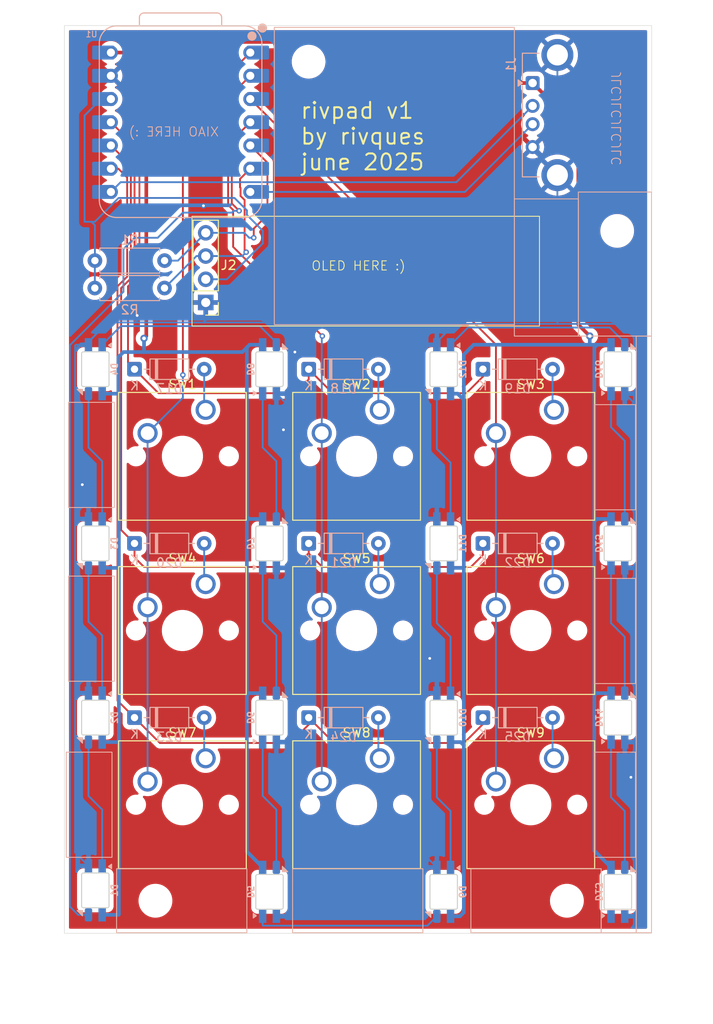
<source format=kicad_pcb>
(kicad_pcb (version 20241229) (generator "pcbnew") (generator_version "9.0")
  (layers (0 "F.Cu" signal) (2 "B.Cu" signal) (13 "F.Paste" user) (15 "B.Paste" user) (5 "F.SilkS" user "F.Silkscreen") (7 "B.SilkS" user "B.Silkscreen") (1 "F.Mask" user) (3 "B.Mask" user) (25 "Edge.Cuts" user))
  (net 0 "")
  (net 1 "Net-(D1-DOUT)")
  (net 2 "VBUS")
  (net 3 "/LED")
  (net 4 "Net-(D2-DOUT)")
  (net 5 "Net-(D3-DOUT)")
  (net 6 "Net-(D4-DOUT)")
  (net 7 "Net-(D5-DOUT)")
  (net 8 "Net-(D5-DIN)")
  (net 9 "Net-(D6-DIN)")
  (net 10 "Net-(D7-DIN)")
  (net 11 "Net-(D10-DIN)")
  (net 12 "Net-(D10-DOUT)")
  (net 13 "Net-(D11-DOUT)")
  (net 14 "Net-(D12-DOUT)")
  (net 16 "Net-(D13-DIN)")
  (net 17 "GND")
  (net 18 "Net-(D14-DIN)")
  (net 19 "Net-(D15-DIN)")
  (net 20 "/ROW1")
  (net 21 "Net-(D17-A)")
  (net 22 "Net-(D18-A)")
  (net 23 "Net-(D19-A)")
  (net 24 "Net-(D20-A)")
  (net 25 "/ROW2")
  (net 26 "Net-(D21-A)")
  (net 27 "Net-(D22-A)")
  (net 28 "/ROW3")
  (net 29 "Net-(D23-A)")
  (net 30 "Net-(D24-A)")
  (net 31 "Net-(D25-A)")
  (net 32 "/USB_DM")
  (net 33 "/USB_DP")
  (net 34 "/SDA")
  (net 35 "+3V3")
  (net 36 "/SCL")
  (net 37 "/COL1")
  (net 38 "/COL2")
  (net 39 "/COL3")
  (footprint "Button_Switch_Keyboard:SW_Cherry_MX_1.00u_PCB" (layer "F.Cu") (at 178.49 101.87)
    (property "Reference" "SW4")
    (property "Value" "SW_Push_45deg")
  )
  (footprint "Button_Switch_Keyboard:SW_Cherry_MX_1.00u_PCB" (layer "F.Cu") (at 216.59 82.82)
    (property "Reference" "SW3")
    (property "Value" "SW_Push_45deg")
  )
  (footprint "MountingHole:MountingHole_3.2mm_M3" (layer "F.Cu") (at 223.5 63.25)
    (property "Reference" "REF**" (hide yes))
    (property "Value" "MountingHole_3.2mm_M3")
  )
  (footprint "Button_Switch_Keyboard:SW_Cherry_MX_1.00u_PCB" (layer "F.Cu") (at 178.49 82.82)
    (property "Reference" "SW1")
    (property "Value" "SW_Push_45deg")
  )
  (footprint "Button_Switch_Keyboard:SW_Cherry_MX_1.00u_PCB" (layer "F.Cu") (at 216.59 120.92)
    (property "Reference" "SW9")
    (property "Value" "SW_Push_45deg")
  )
  (footprint "Connector_PinHeader_2.54mm:PinHeader_1x04_P2.54mm_Vertical" (layer "F.Cu") (at 178.5 71.08 180)
    (property "Reference" "J2")
    (property "Value" "I2C_Disp")
  )
  (footprint "MountingHole:MountingHole_3.2mm_M3" (layer "F.Cu") (at 218 136.5)
    (property "Reference" "REF**" (hide yes))
    (property "Value" "MountingHole_3.2mm_M3")
  )
  (footprint "Button_Switch_Keyboard:SW_Cherry_MX_1.00u_PCB" (layer "F.Cu") (at 216.59 101.87)
    (property "Reference" "SW6")
    (property "Value" "SW_Push_45deg")
  )
  (footprint "MountingHole:MountingHole_3.2mm_M3" (layer "F.Cu") (at 189.75 44.75)
    (property "Reference" "REF**" (hide yes))
    (property "Value" "MountingHole_3.2mm_M3")
  )
  (footprint "Button_Switch_Keyboard:SW_Cherry_MX_1.00u_PCB" (layer "F.Cu") (at 197.54 82.82)
    (property "Reference" "SW2")
    (property "Value" "SW_Push_45deg")
  )
  (footprint "MountingHole:MountingHole_3.2mm_M3" (layer "F.Cu") (at 173 136.5)
    (property "Reference" "REF**" (hide yes))
    (property "Value" "MountingHole_3.2mm_M3")
  )
  (footprint "Button_Switch_Keyboard:SW_Cherry_MX_1.00u_PCB" (layer "F.Cu") (at 197.54 101.87)
    (property "Reference" "SW5")
    (property "Value" "SW_Push_45deg")
  )
  (footprint "Button_Switch_Keyboard:SW_Cherry_MX_1.00u_PCB" (layer "F.Cu") (at 178.49 120.92)
    (property "Reference" "SW7")
    (property "Value" "SW_Push_45deg")
  )
  (footprint "Button_Switch_Keyboard:SW_Cherry_MX_1.00u_PCB" (layer "F.Cu") (at 197.54 120.92)
    (property "Reference" "SW8")
    (property "Value" "SW_Push_45deg")
  )
  (footprint "Diode_THT:D_DO-35_SOD27_P7.62mm_Horizontal" (layer "B.Cu") (at 208.81125 116.475)
    (property "Reference" "D25")
    (property "Value" "D_Small")
  )
  (footprint "Diode_THT:D_DO-35_SOD27_P7.62mm_Horizontal" (layer "B.Cu") (at 170.71125 116.475)
    (property "Reference" "D23")
    (property "Value" "D_Small")
  )
  (footprint "Keebio:SK6812-MINI-E" (layer "B.Cu") (at 185.475 116.475 90)
    (property "Reference" "D6")
    (property "Value" "SK6812MINI" (hide yes))
    (fp_line (start 1.7 -1.5) (end -1.7 -1.5) (stroke (width 0.12)) (layer "Edge.Cuts"))
    (fp_line (start -1.9 -1.3) (end -1.9 1.3) (stroke (width 0.12)) (layer "Edge.Cuts"))
    (fp_line (start 1.9 1.3) (end 1.9 -1.3) (stroke (width 0.12)) (layer "Edge.Cuts"))
    (fp_line (start -1.7 1.5) (end 1.7 1.5) (stroke (width 0.12)) (layer "Edge.Cuts"))
    (fp_arc (start 1.7 -1.5) (mid 1.841421 -1.441421) (end 1.9 -1.3) (stroke (width 0.12)) (layer "Edge.Cuts"))
    (fp_arc (start -1.9 -1.3) (mid -1.841421 -1.441421) (end -1.7 -1.5) (stroke (width 0.12)) (layer "Edge.Cuts"))
    (fp_arc (start 1.9 1.3) (mid 1.841421 1.441421) (end 1.7 1.5) (stroke (width 0.12)) (layer "Edge.Cuts"))
    (fp_arc (start -1.7 1.5) (mid -1.841421 1.441421) (end -1.9 1.3) (stroke (width 0.12)) (layer "Edge.Cuts"))
  )
  (footprint "Keebio:SK6812-MINI-E" (layer "B.Cu") (at 166.425 116.475 -90)
    (property "Reference" "D2")
    (property "Value" "SK6812MINI" (hide yes))
    (fp_line (start -1.7 1.5) (end 1.7 1.5) (stroke (width 0.12)) (layer "Edge.Cuts"))
    (fp_line (start 1.9 1.3) (end 1.9 -1.3) (stroke (width 0.12)) (layer "Edge.Cuts"))
    (fp_line (start -1.9 -1.3) (end -1.9 1.3) (stroke (width 0.12)) (layer "Edge.Cuts"))
    (fp_line (start 1.7 -1.5) (end -1.7 -1.5) (stroke (width 0.12)) (layer "Edge.Cuts"))
    (fp_arc (start -1.7 1.5) (mid -1.841421 1.441421) (end -1.9 1.3) (stroke (width 0.12)) (layer "Edge.Cuts"))
    (fp_arc (start 1.9 1.3) (mid 1.841421 1.441421) (end 1.7 1.5) (stroke (width 0.12)) (layer "Edge.Cuts"))
    (fp_arc (start -1.9 -1.3) (mid -1.841421 -1.441421) (end -1.7 -1.5) (stroke (width 0.12)) (layer "Edge.Cuts"))
    (fp_arc (start 1.7 -1.5) (mid 1.841421 -1.441421) (end 1.9 -1.3) (stroke (width 0.12)) (layer "Edge.Cuts"))
  )
  (footprint "Diode_THT:D_DO-35_SOD27_P7.62mm_Horizontal" (layer "B.Cu") (at 189.76125 97.425)
    (property "Reference" "D21")
    (property "Value" "D_Small")
  )
  (footprint "Keebio:SK6812-MINI-E" (layer "B.Cu") (at 204.525 135.525 -90)
    (property "Reference" "D9")
    (property "Value" "SK6812MINI" (hide yes))
    (fp_line (start -1.7 1.5) (end 1.7 1.5) (stroke (width 0.12)) (layer "Edge.Cuts"))
    (fp_line (start 1.9 1.3) (end 1.9 -1.3) (stroke (width 0.12)) (layer "Edge.Cuts"))
    (fp_line (start -1.9 -1.3) (end -1.9 1.3) (stroke (width 0.12)) (layer "Edge.Cuts"))
    (fp_line (start 1.7 -1.5) (end -1.7 -1.5) (stroke (width 0.12)) (layer "Edge.Cuts"))
    (fp_arc (start -1.7 1.5) (mid -1.841421 1.441421) (end -1.9 1.3) (stroke (width 0.12)) (layer "Edge.Cuts"))
    (fp_arc (start 1.9 1.3) (mid 1.841421 1.441421) (end 1.7 1.5) (stroke (width 0.12)) (layer "Edge.Cuts"))
    (fp_arc (start -1.9 -1.3) (mid -1.841421 -1.441421) (end -1.7 -1.5) (stroke (width 0.12)) (layer "Edge.Cuts"))
    (fp_arc (start 1.7 -1.5) (mid 1.841421 -1.441421) (end 1.9 -1.3) (stroke (width 0.12)) (layer "Edge.Cuts"))
  )
  (footprint "Resistor_THT:R_Axial_DIN0207_L6.3mm_D2.5mm_P7.62mm_Horizontal" (layer "B.Cu") (at 166.38 66.5)
    (property "Reference" "R1")
    (property "Value" "4.7k")
  )
  (footprint "Diode_THT:D_DO-35_SOD27_P7.62mm_Horizontal" (layer "B.Cu") (at 170.71125 97.425)
    (property "Reference" "D20")
    (property "Value" "D_Small")
  )
  (footprint "Diode_THT:D_DO-35_SOD27_P7.62mm_Horizontal" (layer "B.Cu") (at 208.81125 97.425)
    (property "Reference" "D22")
    (property "Value" "D_Small")
  )
  (footprint "Keebio:SK6812-MINI-E" (layer "B.Cu") (at 204.525 97.425 -90)
    (property "Reference" "D11")
    (property "Value" "SK6812MINI" (hide yes))
    (fp_line (start -1.7 1.5) (end 1.7 1.5) (stroke (width 0.12)) (layer "Edge.Cuts"))
    (fp_line (start 1.9 1.3) (end 1.9 -1.3) (stroke (width 0.12)) (layer "Edge.Cuts"))
    (fp_line (start -1.9 -1.3) (end -1.9 1.3) (stroke (width 0.12)) (layer "Edge.Cuts"))
    (fp_line (start 1.7 -1.5) (end -1.7 -1.5) (stroke (width 0.12)) (layer "Edge.Cuts"))
    (fp_arc (start -1.7 1.5) (mid -1.841421 1.441421) (end -1.9 1.3) (stroke (width 0.12)) (layer "Edge.Cuts"))
    (fp_arc (start 1.9 1.3) (mid 1.841421 1.441421) (end 1.7 1.5) (stroke (width 0.12)) (layer "Edge.Cuts"))
    (fp_arc (start -1.9 -1.3) (mid -1.841421 -1.441421) (end -1.7 -1.5) (stroke (width 0.12)) (layer "Edge.Cuts"))
    (fp_arc (start 1.7 -1.5) (mid 1.841421 -1.441421) (end 1.9 -1.3) (stroke (width 0.12)) (layer "Edge.Cuts"))
  )
  (footprint "Keebio:SK6812-MINI-E" (layer "B.Cu") (at 185.475 97.425 90)
    (property "Reference" "D7")
    (property "Value" "SK6812MINI" (hide yes))
    (fp_line (start 1.7 -1.5) (end -1.7 -1.5) (stroke (width 0.12)) (layer "Edge.Cuts"))
    (fp_line (start -1.9 -1.3) (end -1.9 1.3) (stroke (width 0.12)) (layer "Edge.Cuts"))
    (fp_line (start 1.9 1.3) (end 1.9 -1.3) (stroke (width 0.12)) (layer "Edge.Cuts"))
    (fp_line (start -1.7 1.5) (end 1.7 1.5) (stroke (width 0.12)) (layer "Edge.Cuts"))
    (fp_arc (start 1.7 -1.5) (mid 1.841421 -1.441421) (end 1.9 -1.3) (stroke (width 0.12)) (layer "Edge.Cuts"))
    (fp_arc (start -1.9 -1.3) (mid -1.841421 -1.441421) (end -1.7 -1.5) (stroke (width 0.12)) (layer "Edge.Cuts"))
    (fp_arc (start 1.9 1.3) (mid 1.841421 1.441421) (end 1.7 1.5) (stroke (width 0.12)) (layer "Edge.Cuts"))
    (fp_arc (start -1.7 1.5) (mid -1.841421 1.441421) (end -1.9 1.3) (stroke (width 0.12)) (layer "Edge.Cuts"))
  )
  (footprint "Keebio:SK6812-MINI-E" (layer "B.Cu") (at 166.425 97.425 -90)
    (property "Reference" "D3")
    (property "Value" "SK6812MINI" (hide yes))
    (fp_line (start -1.7 1.5) (end 1.7 1.5) (stroke (width 0.12)) (layer "Edge.Cuts"))
    (fp_line (start 1.9 1.3) (end 1.9 -1.3) (stroke (width 0.12)) (layer "Edge.Cuts"))
    (fp_line (start -1.9 -1.3) (end -1.9 1.3) (stroke (width 0.12)) (layer "Edge.Cuts"))
    (fp_line (start 1.7 -1.5) (end -1.7 -1.5) (stroke (width 0.12)) (layer "Edge.Cuts"))
    (fp_arc (start -1.7 1.5) (mid -1.841421 1.441421) (end -1.9 1.3) (stroke (width 0.12)) (layer "Edge.Cuts"))
    (fp_arc (start 1.9 1.3) (mid 1.841421 1.441421) (end 1.7 1.5) (stroke (width 0.12)) (layer "Edge.Cuts"))
    (fp_arc (start -1.9 -1.3) (mid -1.841421 -1.441421) (end -1.7 -1.5) (stroke (width 0.12)) (layer "Edge.Cuts"))
    (fp_arc (start 1.7 -1.5) (mid 1.841421 -1.441421) (end 1.9 -1.3) (stroke (width 0.12)) (layer "Edge.Cuts"))
  )
  (footprint "Diode_THT:D_DO-35_SOD27_P7.62mm_Horizontal" (layer "B.Cu") (at 170.71125 78.375)
    (property "Reference" "D17")
    (property "Value" "D_Small")
  )
  (footprint "Diode_THT:D_DO-35_SOD27_P7.62mm_Horizontal" (layer "B.Cu") (at 208.81125 78.375)
    (property "Reference" "D19")
    (property "Value" "D_Small")
  )
  (footprint "Keebio:SK6812-MINI-E" (layer "B.Cu") (at 204.525 116.475 -90)
    (property "Reference" "D10")
    (property "Value" "SK6812MINI" (hide yes))
    (fp_line (start -1.7 1.5) (end 1.7 1.5) (stroke (width 0.12)) (layer "Edge.Cuts"))
    (fp_line (start 1.9 1.3) (end 1.9 -1.3) (stroke (width 0.12)) (layer "Edge.Cuts"))
    (fp_line (start -1.9 -1.3) (end -1.9 1.3) (stroke (width 0.12)) (layer "Edge.Cuts"))
    (fp_line (start 1.7 -1.5) (end -1.7 -1.5) (stroke (width 0.12)) (layer "Edge.Cuts"))
    (fp_arc (start -1.7 1.5) (mid -1.841421 1.441421) (end -1.9 1.3) (stroke (width 0.12)) (layer "Edge.Cuts"))
    (fp_arc (start 1.9 1.3) (mid 1.841421 1.441421) (end 1.7 1.5) (stroke (width 0.12)) (layer "Edge.Cuts"))
    (fp_arc (start -1.9 -1.3) (mid -1.841421 -1.441421) (end -1.7 -1.5) (stroke (width 0.12)) (layer "Edge.Cuts"))
    (fp_arc (start 1.7 -1.5) (mid 1.841421 -1.441421) (end 1.9 -1.3) (stroke (width 0.12)) (layer "Edge.Cuts"))
  )
  (footprint "Keebio:SK6812-MINI-E" (layer "B.Cu") (at 223.575 97.425 90)
    (property "Reference" "D15")
    (property "Value" "SK6812MINI" (hide yes))
    (fp_line (start 1.7 -1.5) (end -1.7 -1.5) (stroke (width 0.12)) (layer "Edge.Cuts"))
    (fp_line (start -1.9 -1.3) (end -1.9 1.3) (stroke (width 0.12)) (layer "Edge.Cuts"))
    (fp_line (start 1.9 1.3) (end 1.9 -1.3) (stroke (width 0.12)) (layer "Edge.Cuts"))
    (fp_line (start -1.7 1.5) (end 1.7 1.5) (stroke (width 0.12)) (layer "Edge.Cuts"))
    (fp_arc (start 1.7 -1.5) (mid 1.841421 -1.441421) (end 1.9 -1.3) (stroke (width 0.12)) (layer "Edge.Cuts"))
    (fp_arc (start -1.9 -1.3) (mid -1.841421 -1.441421) (end -1.7 -1.5) (stroke (width 0.12)) (layer "Edge.Cuts"))
    (fp_arc (start 1.9 1.3) (mid 1.841421 1.441421) (end 1.7 1.5) (stroke (width 0.12)) (layer "Edge.Cuts"))
    (fp_arc (start -1.7 1.5) (mid -1.841421 1.441421) (end -1.9 1.3) (stroke (width 0.12)) (layer "Edge.Cuts"))
  )
  (footprint "Keebio:SK6812-MINI-E" (layer "B.Cu") (at 185.475 135.525 90)
    (property "Reference" "D5")
    (property "Value" "SK6812MINI" (hide yes))
    (fp_line (start 1.7 -1.5) (end -1.7 -1.5) (stroke (width 0.12)) (layer "Edge.Cuts"))
    (fp_line (start -1.9 -1.3) (end -1.9 1.3) (stroke (width 0.12)) (layer "Edge.Cuts"))
    (fp_line (start 1.9 1.3) (end 1.9 -1.3) (stroke (width 0.12)) (layer "Edge.Cuts"))
    (fp_line (start -1.7 1.5) (end 1.7 1.5) (stroke (width 0.12)) (layer "Edge.Cuts"))
    (fp_arc (start 1.7 -1.5) (mid 1.841421 -1.441421) (end 1.9 -1.3) (stroke (width 0.12)) (layer "Edge.Cuts"))
    (fp_arc (start -1.9 -1.3) (mid -1.841421 -1.441421) (end -1.7 -1.5) (stroke (width 0.12)) (layer "Edge.Cuts"))
    (fp_arc (start 1.9 1.3) (mid 1.841421 1.441421) (end 1.7 1.5) (stroke (width 0.12)) (layer "Edge.Cuts"))
    (fp_arc (start -1.7 1.5) (mid -1.841421 1.441421) (end -1.9 1.3) (stroke (width 0.12)) (layer "Edge.Cuts"))
  )
  (footprint "Keebio:SK6812-MINI-E" (layer "B.Cu") (at 166.425 135.36625 -90)
    (property "Reference" "D1")
    (property "Value" "SK6812MINI" (hide yes))
    (fp_line (start -1.7 1.5) (end 1.7 1.5) (stroke (width 0.12)) (layer "Edge.Cuts"))
    (fp_line (start 1.9 1.3) (end 1.9 -1.3) (stroke (width 0.12)) (layer "Edge.Cuts"))
    (fp_line (start -1.9 -1.3) (end -1.9 1.3) (stroke (width 0.12)) (layer "Edge.Cuts"))
    (fp_line (start 1.7 -1.5) (end -1.7 -1.5) (stroke (width 0.12)) (layer "Edge.Cuts"))
    (fp_arc (start -1.7 1.5) (mid -1.841421 1.441421) (end -1.9 1.3) (stroke (width 0.12)) (layer "Edge.Cuts"))
    (fp_arc (start 1.9 1.3) (mid 1.841421 1.441421) (end 1.7 1.5) (stroke (width 0.12)) (layer "Edge.Cuts"))
    (fp_arc (start -1.9 -1.3) (mid -1.841421 -1.441421) (end -1.7 -1.5) (stroke (width 0.12)) (layer "Edge.Cuts"))
    (fp_arc (start 1.7 -1.5) (mid 1.841421 -1.441421) (end 1.9 -1.3) (stroke (width 0.12)) (layer "Edge.Cuts"))
  )
  (footprint "OPL:XIAO-RP2040-DIP" (layer "B.Cu") (at 175.75 51.3685 180)
    (property "Reference" "U1")
    (property "Value" "XIAO-RP2040-DIP")
  )
  (footprint "Connector_USB:USB_A_Connfly_DS1095" (layer "B.Cu") (at 214.25 47.08 -90)
    (property "Reference" "J1")
    (property "Value" "DNP")
  )
  (footprint "Keebio:SK6812-MINI-E" (layer "B.Cu") (at 166.425 78.375 -90)
    (property "Reference" "D4")
    (property "Value" "SK6812MINI" (hide yes))
    (fp_line (start -1.7 1.5) (end 1.7 1.5) (stroke (width 0.12)) (layer "Edge.Cuts"))
    (fp_line (start 1.9 1.3) (end 1.9 -1.3) (stroke (width 0.12)) (layer "Edge.Cuts"))
    (fp_line (start -1.9 -1.3) (end -1.9 1.3) (stroke (width 0.12)) (layer "Edge.Cuts"))
    (fp_line (start 1.7 -1.5) (end -1.7 -1.5) (stroke (width 0.12)) (layer "Edge.Cuts"))
    (fp_arc (start -1.7 1.5) (mid -1.841421 1.441421) (end -1.9 1.3) (stroke (width 0.12)) (layer "Edge.Cuts"))
    (fp_arc (start 1.9 1.3) (mid 1.841421 1.441421) (end 1.7 1.5) (stroke (width 0.12)) (layer "Edge.Cuts"))
    (fp_arc (start -1.9 -1.3) (mid -1.841421 -1.441421) (end -1.7 -1.5) (stroke (width 0.12)) (layer "Edge.Cuts"))
    (fp_arc (start 1.7 -1.5) (mid 1.841421 -1.441421) (end 1.9 -1.3) (stroke (width 0.12)) (layer "Edge.Cuts"))
  )
  (footprint "Keebio:SK6812-MINI-E" (layer "B.Cu") (at 223.575 135.525 90)
    (property "Reference" "D13")
    (property "Value" "SK6812MINI" (hide yes))
    (fp_line (start 1.7 -1.5) (end -1.7 -1.5) (stroke (width 0.12)) (layer "Edge.Cuts"))
    (fp_line (start -1.9 -1.3) (end -1.9 1.3) (stroke (width 0.12)) (layer "Edge.Cuts"))
    (fp_line (start 1.9 1.3) (end 1.9 -1.3) (stroke (width 0.12)) (layer "Edge.Cuts"))
    (fp_line (start -1.7 1.5) (end 1.7 1.5) (stroke (width 0.12)) (layer "Edge.Cuts"))
    (fp_arc (start 1.7 -1.5) (mid 1.841421 -1.441421) (end 1.9 -1.3) (stroke (width 0.12)) (layer "Edge.Cuts"))
    (fp_arc (start -1.9 -1.3) (mid -1.841421 -1.441421) (end -1.7 -1.5) (stroke (width 0.12)) (layer "Edge.Cuts"))
    (fp_arc (start 1.9 1.3) (mid 1.841421 1.441421) (end 1.7 1.5) (stroke (width 0.12)) (layer "Edge.Cuts"))
    (fp_arc (start -1.7 1.5) (mid -1.841421 1.441421) (end -1.9 1.3) (stroke (width 0.12)) (layer "Edge.Cuts"))
  )
  (footprint "Keebio:SK6812-MINI-E" (layer "B.Cu") (at 223.575 116.475 90)
    (property "Reference" "D14")
    (property "Value" "SK6812MINI" (hide yes))
    (fp_line (start 1.7 -1.5) (end -1.7 -1.5) (stroke (width 0.12)) (layer "Edge.Cuts"))
    (fp_line (start -1.9 -1.3) (end -1.9 1.3) (stroke (width 0.12)) (layer "Edge.Cuts"))
    (fp_line (start 1.9 1.3) (end 1.9 -1.3) (stroke (width 0.12)) (layer "Edge.Cuts"))
    (fp_line (start -1.7 1.5) (end 1.7 1.5) (stroke (width 0.12)) (layer "Edge.Cuts"))
    (fp_arc (start 1.7 -1.5) (mid 1.841421 -1.441421) (end 1.9 -1.3) (stroke (width 0.12)) (layer "Edge.Cuts"))
    (fp_arc (start -1.9 -1.3) (mid -1.841421 -1.441421) (end -1.7 -1.5) (stroke (width 0.12)) (layer "Edge.Cuts"))
    (fp_arc (start 1.9 1.3) (mid 1.841421 1.441421) (end 1.7 1.5) (stroke (width 0.12)) (layer "Edge.Cuts"))
    (fp_arc (start -1.7 1.5) (mid -1.841421 1.441421) (end -1.9 1.3) (stroke (width 0.12)) (layer "Edge.Cuts"))
  )
  (footprint "Diode_THT:D_DO-35_SOD27_P7.62mm_Horizontal" (layer "B.Cu") (at 189.76125 116.475)
    (property "Reference" "D24")
    (property "Value" "D_Small")
  )
  (footprint "Diode_THT:D_DO-35_SOD27_P7.62mm_Horizontal" (layer "B.Cu") (at 189.76125 78.375)
    (property "Reference" "D18")
    (property "Value" "D_Small")
  )
  (footprint "Resistor_THT:R_Axial_DIN0207_L6.3mm_D2.5mm_P7.62mm_Horizontal" (layer "B.Cu") (at 166.37 69.5)
    (property "Reference" "R2")
    (property "Value" "4.7k")
  )
  (footprint "Keebio:SK6812-MINI-E" (layer "B.Cu") (at 204.525 78.375 -90)
    (property "Reference" "D12")
    (property "Value" "SK6812MINI" (hide yes))
    (fp_line (start -1.7 1.5) (end 1.7 1.5) (stroke (width 0.12)) (layer "Edge.Cuts"))
    (fp_line (start 1.9 1.3) (end 1.9 -1.3) (stroke (width 0.12)) (layer "Edge.Cuts"))
    (fp_line (start -1.9 -1.3) (end -1.9 1.3) (stroke (width 0.12)) (layer "Edge.Cuts"))
    (fp_line (start 1.7 -1.5) (end -1.7 -1.5) (stroke (width 0.12)) (layer "Edge.Cuts"))
    (fp_arc (start -1.7 1.5) (mid -1.841421 1.441421) (end -1.9 1.3) (stroke (width 0.12)) (layer "Edge.Cuts"))
    (fp_arc (start 1.9 1.3) (mid 1.841421 1.441421) (end 1.7 1.5) (stroke (width 0.12)) (layer "Edge.Cuts"))
    (fp_arc (start -1.9 -1.3) (mid -1.841421 -1.441421) (end -1.7 -1.5) (stroke (width 0.12)) (layer "Edge.Cuts"))
    (fp_arc (start 1.7 -1.5) (mid 1.841421 -1.441421) (end 1.9 -1.3) (stroke (width 0.12)) (layer "Edge.Cuts"))
  )
  (footprint "Keebio:SK6812-MINI-E" (layer "B.Cu") (at 223.575 78.375 90)
    (property "Reference" "D16")
    (property "Value" "SK6812MINI" (hide yes))
    (fp_line (start 1.7 -1.5) (end -1.7 -1.5) (stroke (width 0.12)) (layer "Edge.Cuts"))
    (fp_line (start -1.9 -1.3) (end -1.9 1.3) (stroke (width 0.12)) (layer "Edge.Cuts"))
    (fp_line (start 1.9 1.3) (end 1.9 -1.3) (stroke (width 0.12)) (layer "Edge.Cuts"))
    (fp_line (start -1.7 1.5) (end 1.7 1.5) (stroke (width 0.12)) (layer "Edge.Cuts"))
    (fp_arc (start 1.7 -1.5) (mid 1.841421 -1.441421) (end 1.9 -1.3) (stroke (width 0.12)) (layer "Edge.Cuts"))
    (fp_arc (start -1.9 -1.3) (mid -1.841421 -1.441421) (end -1.7 -1.5) (stroke (width 0.12)) (layer "Edge.Cuts"))
    (fp_arc (start 1.9 1.3) (mid 1.841421 1.441421) (end 1.7 1.5) (stroke (width 0.12)) (layer "Edge.Cuts"))
    (fp_arc (start -1.7 1.5) (mid -1.841421 1.441421) (end -1.9 1.3) (stroke (width 0.12)) (layer "Edge.Cuts"))
  )
  (footprint "Keebio:SK6812-MINI-E" (layer "B.Cu") (at 185.475 78.375 90)
    (property "Reference" "D8")
    (property "Value" "SK6812MINI" (hide yes))
    (fp_line (start 1.7 -1.5) (end -1.7 -1.5) (stroke (width 0.12)) (layer "Edge.Cuts"))
    (fp_line (start -1.9 -1.3) (end -1.9 1.3) (stroke (width 0.12)) (layer "Edge.Cuts"))
    (fp_line (start 1.9 1.3) (end 1.9 -1.3) (stroke (width 0.12)) (layer "Edge.Cuts"))
    (fp_line (start -1.7 1.5) (end 1.7 1.5) (stroke (width 0.12)) (layer "Edge.Cuts"))
    (fp_arc (start 1.7 -1.5) (mid 1.841421 -1.441421) (end 1.9 -1.3) (stroke (width 0.12)) (layer "Edge.Cuts"))
    (fp_arc (start -1.9 -1.3) (mid -1.841421 -1.441421) (end -1.7 -1.5) (stroke (width 0.12)) (layer "Edge.Cuts"))
    (fp_arc (start 1.9 1.3) (mid 1.841421 1.441421) (end 1.7 1.5) (stroke (width 0.12)) (layer "Edge.Cuts"))
    (fp_arc (start -1.7 1.5) (mid -1.841421 1.441421) (end -1.9 1.3) (stroke (width 0.12)) (layer "Edge.Cuts"))
  )
  (gr_rect (start 177 61.65125) (end 215 73.65125) (stroke (width 0.1)) (fill no) (layer "F.SilkS"))
  (gr_rect (start 225.575 74.75) (end 227.25 140) (stroke (width 0.1)) (fill no) (layer "B.SilkS"))
  (gr_rect (start 188 133) (end 202.25 140) (stroke (width 0.1)) (fill no) (layer "B.SilkS"))
  (gr_rect (start 168.75 133) (end 183 140) (stroke (width 0.1)) (fill no) (layer "B.SilkS"))
  (gr_rect (start 186 41) (end 212.25 73.5) (stroke (width 0.1)) (fill no) (layer "B.SilkS"))
  (gr_rect (start 221.75 137.5) (end 225.575 140) (stroke (width 0.1)) (fill no) (layer "B.SilkS"))
  (gr_rect (start 219.25 59) (end 227.25 74.75) (stroke (width 0.1)) (fill no) (layer "B.SilkS"))
  (gr_rect (start 207.5 133) (end 221.75 140) (stroke (width 0.1)) (fill no) (layer "B.SilkS"))
  (gr_rect (start 212.25 59.75) (end 219.25 74.75) (stroke (width 0.1)) (fill no) (layer "B.SilkS"))
  (gr_rect (start 163.25 120.25) (end 168.25 131.75) (stroke (width 0.1)) (fill no) (layer "B.SilkS"))
  (gr_rect (start 221 101.25) (end 225.5 112.75) (stroke (width 0.1)) (fill no) (layer "B.SilkS"))
  (gr_rect (start 163.5 101) (end 168.5 112.5) (stroke (width 0.1)) (fill no) (layer "B.SilkS"))
  (gr_rect (start 163.5 82) (end 168.5 93.5) (stroke (width 0.1)) (fill no) (layer "B.SilkS"))
  (gr_rect (start 221 82.25) (end 225.5 93.75) (stroke (width 0.1)) (fill no) (layer "B.SilkS"))
  (gr_rect (start 221 120.25) (end 225.5 131.75) (stroke (width 0.1)) (fill no) (layer "B.SilkS"))
  (gr_rect (start 163.04375 40.8) (end 227.27375 140.06125) (stroke (width 0.05)) (fill no) (layer "Edge.Cuts"))
  (gr_text "rivpad v1\nby rivques\njune 2025" (at 188.75 56.75 0) (layer "F.SilkS") (effects (font (size 1.75 1.75) (thickness 0.21875)) (justify left bottom)))
  (gr_text "OLED HERE :)" (at 190 67.65125 0) (layer "F.SilkS") (effects (font (size 1 1) (thickness 0.1)) (justify left bottom)))
  (gr_text "XIAO HERE :)" (at 180 53 0) (layer "B.SilkS") (effects (font (size 1 1) (thickness 0.1)) (justify left bottom mirror)))
  (gr_text "JLCJLCJLCJLC" (at 224 45.75 90) (layer "B.SilkS") (effects (font (size 1 1) (thickness 0.1)) (justify left bottom mirror)))
  (segment (start 165.675 125.035) (end 165.675 119.15) (width 0.2) (layer "B.Cu") (net 1))
  (segment (start 167.175 126.535) (end 165.675 125.035) (width 0.2) (layer "B.Cu") (net 1))
  (segment (start 167.175 132.69125) (end 167.175 126.535) (width 0.2) (layer "B.Cu") (net 1))
  (segment (start 208.573 42.5855) (end 213.0675 47.08) (width 0.4) (layer "F.Cu") (net 2))
  (segment (start 172 43.7485) (end 173.88 43.7485) (width 0.4) (layer "F.Cu") (net 2))
  (segment (start 214.25 47.08) (end 219.25 52.08) (width 0.4) (layer "F.Cu") (net 2))
  (segment (start 172 43.7485) (end 172 74.75) (width 0.4) (layer "F.Cu") (net 2))
  (segment (start 219.25 73.5) (end 220.5 74.75) (width 0.4) (layer "F.Cu") (net 2))
  (segment (start 175.043 42.5855) (end 208.573 42.5855) (width 0.4) (layer "F.Cu") (net 2))
  (segment (start 168.13 43.7485) (end 172 43.7485) (width 0.4) (layer "F.Cu") (net 2))
  (segment (start 219.25 52.08) (end 219.25 73.5) (width 0.4) (layer "F.Cu") (net 2))
  (segment (start 172 74.75) (end 171.75 75) (width 0.4) (layer "F.Cu") (net 2))
  (segment (start 213.0675 47.08) (end 214.25 47.08) (width 0.4) (layer "F.Cu") (net 2))
  (segment (start 173.88 43.7485) (end 175.043 42.5855) (width 0.4) (layer "F.Cu") (net 2))
  (via (at 171.75 75) (size 0.8) (drill 0.4) (layers "F.Cu" "B.Cu") (net 2))
  (via (at 220.5 74.75) (size 0.8) (drill 0.4) (layers "F.Cu" "B.Cu") (net 2))
  (segment (start 206.726 137.774) (end 206.3 138.2) (width 0.4) (layer "B.Cu") (net 2))
  (segment (start 168.85 119.15) (end 169 119) (width 0.4) (layer "B.Cu") (net 2))
  (segment (start 221 114) (end 221 131.025) (width 0.4) (layer "B.Cu") (net 2))
  (segment (start 206.626 100.1) (end 206.726 100) (width 0.4) (layer "B.Cu") (net 2))
  (segment (start 169.5 76.5) (end 171.75 76.5) (width 0.4) (layer "B.Cu") (net 2))
  (segment (start 221.2 113.8) (end 221 114) (width 0.4) (layer "B.Cu") (net 2))
  (segment (start 206.726 100) (end 206.726 119.5) (width 0.4) (layer "B.Cu") (net 2))
  (segment (start 206.3 138.2) (end 205.275 138.2) (width 0.4) (layer "B.Cu") (net 2))
  (segment (start 168.95 81.05) (end 168.95 77.05) (width 0.4) (layer "B.Cu") (net 2))
  (segment (start 222.825 113.8) (end 221.2 113.8) (width 0.4) (layer "B.Cu") (net 2))
  (segment (start 184.725 94.75) (end 183.25 94.75) (width 0.4) (layer "B.Cu") (net 2))
  (segment (start 222.825 75.7) (end 221.3 75.7) (width 0.4) (layer "B.Cu") (net 2))
  (segment (start 183 114) (end 183 131.125) (width 0.4) (layer "B.Cu") (net 2))
  (segment (start 183.25 94.75) (end 183 94.5) (width 0.4) (layer "B.Cu") (net 2))
  (segment (start 168.9 100.1) (end 169 100) (width 0.4) (layer "B.Cu") (net 2))
  (segment (start 220.5 75.7) (end 207.8 75.7) (width 0.4) (layer "B.Cu") (net 2))
  (segment (start 183 76) (end 183 94.5) (width 0.4) (layer "B.Cu") (net 2))
  (segment (start 167.175 81.05) (end 168.95 81.05) (width 0.4) (layer "B.Cu") (net 2))
  (segment (start 168.95 77.05) (end 169.5 76.5) (width 0.4) (layer "B.Cu") (net 2))
  (segment (start 167.175 119.15) (end 168.85 119.15) (width 0.4) (layer "B.Cu") (net 2))
  (segment (start 183 131.125) (end 184.725 132.85) (width 0.4) (layer "B.Cu") (net 2))
  (segment (start 171.75 75) (end 171.75 76.5) (width 0.4) (layer "B.Cu") (net 2))
  (segment (start 205.275 81.05) (end 206.05 81.05) (width 0.4) (layer "B.Cu") (net 2))
  (segment (start 184.725 75.7) (end 183.3 75.7) (width 0.4) (layer "B.Cu") (net 2))
  (segment (start 184.725 113.8) (end 183.2 113.8) (width 0.4) (layer "B.Cu") (net 2))
  (segment (start 207.8 75.7) (end 206.726 76.774) (width 0.4) (layer "B.Cu") (net 2))
  (segment (start 221.3 75.7) (end 220.5 75.7) (width 0.4) (layer "B.Cu") (net 2))
  (segment (start 169 81) (end 169 100) (width 0.4) (layer "B.Cu") (net 2))
  (segment (start 169 100) (end 169 119) (width 0.4) (layer "B.Cu") (net 2))
  (segment (start 183.2 113.8) (end 183 114) (width 0.4) (layer "B.Cu") (net 2))
  (segment (start 206.726 81.726) (end 206.726 82.5) (width 0.4) (layer "B.Cu") (net 2))
  (segment (start 206.726 119.5) (end 206.726 137.774) (width 0.4) (layer "B.Cu") (net 2))
  (segment (start 220.5 74.75) (end 220.5 75.7) (width 0.4) (layer "B.Cu") (net 2))
  (segment (start 167.175 100.1) (end 168.9 100.1) (width 0.4) (layer "B.Cu") (net 2))
  (segment (start 205.275 119.15) (end 206.376 119.15) (width 0.4) (layer "B.Cu") (net 2))
  (segment (start 222.825 94.75) (end 221.25 94.75) (width 0.4) (layer "B.Cu") (net 2))
  (segment (start 171.75 76.5) (end 182.5 76.5) (width 0.4) (layer "B.Cu") (net 2))
  (segment (start 182.5 76.5) (end 183 76) (width 0.4) (layer "B.Cu") (net 2))
  (segment (start 221.25 94.75) (end 221 95) (width 0.4) (layer "B.Cu") (net 2))
  (segment (start 169 119) (end 169 138) (width 0.4) (layer "B.Cu") (net 2))
  (segment (start 206.726 82.5) (end 206.726 100) (width 0.4) (layer "B.Cu") (net 2))
  (segment (start 183.3 75.7) (end 183 76) (width 0.4) (layer "B.Cu") (net 2))
  (segment (start 183 94.5) (end 183 114) (width 0.4) (layer "B.Cu") (net 2))
  (segment (start 221 131.025) (end 222.825 132.85) (width 0.4) (layer "B.Cu") (net 2))
  (segment (start 221 76) (end 221 95) (width 0.4) (layer "B.Cu") (net 2))
  (segment (start 169 138) (end 168.95875 138.04125) (width 0.4) (layer "B.Cu") (net 2))
  (segment (start 168.95 81.05) (end 169 81) (width 0.4) (layer "B.Cu") (net 2))
  (segment (start 168.95875 138.04125) (end 167.175 138.04125) (width 0.4) (layer "B.Cu") (net 2))
  (segment (start 206.726 76.774) (end 206.726 82.5) (width 0.4) (layer "B.Cu") (net 2))
  (segment (start 205.275 100.1) (end 206.626 100.1) (width 0.4) (layer "B.Cu") (net 2))
  (segment (start 221 95) (end 221 114) (width 0.4) (layer "B.Cu") (net 2))
  (segment (start 206.05 81.05) (end 206.726 81.726) (width 0.4) (layer "B.Cu") (net 2))
  (segment (start 206.376 119.15) (end 206.726 119.5) (width 0.4) (layer "B.Cu") (net 2))
  (segment (start 221.3 75.7) (end 221 76) (width 0.4) (layer "B.Cu") (net 2))
  (segment (start 181.35 53.3885) (end 183.37 51.3685) (width 0.2) (layer "F.Cu") (net 3))
  (segment (start 181.35 60.249265) (end 181.35 53.3885) (width 0.2) (layer "F.Cu") (net 3))
  (segment (start 182.15 61.049265) (end 181.35 60.249265) (width 0.2) (layer "F.Cu") (net 3))
  (via (at 182.15 61.049265) (size 0.6) (drill 0.3) (layers "F.Cu" "B.Cu") (net 3))
  (segment (start 164.54125 138.04125) (end 165.675 138.04125) (width 0.2) (layer "B.Cu") (net 3))
  (segment (start 169.5 69.89475) (end 163.64475 75.75) (width 0.2) (layer "B.Cu") (net 3))
  (segment (start 181.565532 61.049265) (end 181.364797 61.25) (width 0.2) (layer "B.Cu") (net 3))
  (segment (start 173.25 64) (end 170.7385 64) (width 0.2) (layer "B.Cu") (net 3))
  (segment (start 181.364797 61.25) (end 176 61.25) (width 0.2) (layer "B.Cu") (net 3))
  (segment (start 182.15 61.049265) (end 181.565532 61.049265) (width 0.2) (layer "B.Cu") (net 3))
  (segment (start 169.5 65.2385) (end 169.5 69.89475) (width 0.2) (layer "B.Cu") (net 3))
  (segment (start 176 61.25) (end 173.25 64) (width 0.2) (layer "B.Cu") (net 3))
  (segment (start 170.7385 64) (end 169.5 65.2385) (width 0.2) (layer "B.Cu") (net 3))
  (segment (start 163.64475 137.14475) (end 164.54125 138.04125) (width 0.2) (layer "B.Cu") (net 3))
  (segment (start 163.64475 75.75) (end 163.64475 137.14475) (width 0.2) (layer "B.Cu") (net 3))
  (segment (start 167.175 113.8) (end 167.175 107.485) (width 0.2) (layer "B.Cu") (net 4))
  (segment (start 167.175 107.485) (end 165.675 105.985) (width 0.2) (layer "B.Cu") (net 4))
  (segment (start 165.675 105.985) (end 165.675 100.1) (width 0.2) (layer "B.Cu") (net 4))
  (segment (start 167.175 94.75) (end 167.175 88.435) (width 0.2) (layer "B.Cu") (net 5))
  (segment (start 165.675 86.935) (end 165.675 81.05) (width 0.2) (layer "B.Cu") (net 5))
  (segment (start 167.175 88.435) (end 165.675 86.935) (width 0.2) (layer "B.Cu") (net 5))
  (segment (start 169.215 73.66) (end 184.422 73.66) (width 0.2) (layer "B.Cu") (net 6))
  (segment (start 186.225 75.463) (end 186.225 75.7) (width 0.2) (layer "B.Cu") (net 6))
  (segment (start 184.422 73.66) (end 186.225 75.463) (width 0.2) (layer "B.Cu") (net 6))
  (segment (start 167.175 75.7) (end 169.215 73.66) (width 0.2) (layer "B.Cu") (net 6))
  (segment (start 184.725 139.18525) (end 184.76575 139.226) (width 0.2) (layer "B.Cu") (net 7))
  (segment (start 184.76575 139.226) (end 202.749 139.226) (width 0.2) (layer "B.Cu") (net 7))
  (segment (start 184.725 138.2) (end 184.725 139.18525) (width 0.2) (layer "B.Cu") (net 7))
  (segment (start 202.749 139.226) (end 203.775 138.2) (width 0.2) (layer "B.Cu") (net 7))
  (segment (start 186.225 126.535) (end 186.225 132.85) (width 0.2) (layer "B.Cu") (net 8))
  (segment (start 184.725 119.15) (end 184.725 125.035) (width 0.2) (layer "B.Cu") (net 8))
  (segment (start 184.725 125.035) (end 186.225 126.535) (width 0.2) (layer "B.Cu") (net 8))
  (segment (start 184.725 100.1) (end 184.725 105.985) (width 0.2) (layer "B.Cu") (net 9))
  (segment (start 184.725 105.985) (end 186.225 107.485) (width 0.2) (layer "B.Cu") (net 9))
  (segment (start 186.225 107.485) (end 186.225 113.8) (width 0.2) (layer "B.Cu") (net 9))
  (segment (start 184.725 86.935) (end 186.225 88.435) (width 0.2) (layer "B.Cu") (net 10))
  (segment (start 186.225 88.435) (end 186.225 94.75) (width 0.2) (layer "B.Cu") (net 10))
  (segment (start 184.725 81.05) (end 184.725 86.935) (width 0.2) (layer "B.Cu") (net 10))
  (segment (start 203.775 125.19375) (end 203.775 119.15) (width 0.2) (layer "B.Cu") (net 11))
  (segment (start 205.275 132.85) (end 205.275 126.69375) (width 0.2) (layer "B.Cu") (net 11))
  (segment (start 205.275 126.69375) (end 203.775 125.19375) (width 0.2) (layer "B.Cu") (net 11))
  (segment (start 205.275 107.64375) (end 203.775 106.14375) (width 0.2) (layer "B.Cu") (net 12))
  (segment (start 203.775 106.14375) (end 203.775 100.1) (width 0.2) (layer "B.Cu") (net 12))
  (segment (start 205.275 113.8) (end 205.275 107.64375) (width 0.2) (layer "B.Cu") (net 12))
  (segment (start 205.275 94.75) (end 205.275 88.59375) (width 0.2) (layer "B.Cu") (net 13))
  (segment (start 203.775 87.09375) (end 203.775 81.05) (width 0.2) (layer "B.Cu") (net 13))
  (segment (start 205.275 88.59375) (end 203.775 87.09375) (width 0.2) (layer "B.Cu") (net 13))
  (segment (start 224.325 75.463) (end 224.325 75.7) (width 0.2) (layer "B.Cu") (net 14))
  (segment (start 222.68075 73.81875) (end 224.325 75.463) (width 0.2) (layer "B.Cu") (net 14))
  (segment (start 205.275 75.7) (end 205.2875 75.7) (width 0.2) (layer "B.Cu") (net 14))
  (segment (start 207.16875 73.81875) (end 222.68075 73.81875) (width 0.2) (layer "B.Cu") (net 14))
  (segment (start 205.2875 75.7) (end 207.16875 73.81875) (width 0.2) (layer "B.Cu") (net 14))
  (segment (start 222.825 119.15) (end 222.825 125.19375) (width 0.2) (layer "B.Cu") (net 16))
  (segment (start 224.325 126.69375) (end 224.325 132.85) (width 0.2) (layer "B.Cu") (net 16))
  (segment (start 222.825 125.19375) (end 224.325 126.69375) (width 0.2) (layer "B.Cu") (net 16))
  (segment (start 168.13 46.2885) (end 171.25 49.4085) (width 0.2) (layer "F.Cu") (net 17))
  (segment (start 171.25 49.4085) (end 171.25 72.25) (width 0.2) (layer "F.Cu") (net 17))
  (segment (start 171.25 72.25) (end 171 72.5) (width 0.2) (layer "F.Cu") (net 17))
  (via (at 225 123) (size 0.6) (drill 0.3) (layers "F.Cu" "B.Cu") (net 17))
  (via (at 171 72.5) (size 0.6) (drill 0.3) (layers "F.Cu" "B.Cu") (net 17))
  (via (at 188.25 76.5) (size 0.6) (drill 0.3) (layers "F.Cu" "B.Cu") (net 17))
  (via (at 178.25 60.5) (size 0.6) (drill 0.3) (layers "F.Cu" "B.Cu") (net 17))
  (via (at 187 85) (size 0.6) (drill 0.3) (layers "F.Cu" "B.Cu") (net 17))
  (via (at 203 110) (size 0.6) (drill 0.3) (layers "F.Cu" "B.Cu") (net 17))
  (via (at 165 91) (size 0.6) (drill 0.3) (layers "F.Cu" "B.Cu") (net 17))
  (segment (start 205.33 73.83) (end 205.74225 73.41775) (width 0.2) (layer "B.Cu") (net 17))
  (segment (start 188.822 73.83) (end 205.33 73.83) (width 0.2) (layer "B.Cu") (net 17))
  (segment (start 225.276 100.1) (end 225.676 100.5) (width 0.2) (layer "B.Cu") (net 17))
  (segment (start 187.576 75.076) (end 187.576 83) (width 0.2) (layer "B.Cu") (net 17))
  (segment (start 225.326 119.15) (end 225.676 119.5) (width 0.2) (layer "B.Cu") (net 17))
  (segment (start 165.675 113.8) (end 164.2 113.8) (width 0.2) (layer "B.Cu") (net 17))
  (segment (start 216.96 57.15) (end 216.96 73.37775) (width 0.2) (layer "B.Cu") (net 17))
  (segment (start 225.676 82.5) (end 225.676 82.401) (width 0.2) (layer "B.Cu") (net 17))
  (segment (start 187.576 100) (end 187.576 83) (width 0.2) (layer "B.Cu") (net 17))
  (segment (start 205.74225 73.41775) (end 217 73.41775) (width 0.2) (layer "B.Cu") (net 17))
  (segment (start 170.75 73.259) (end 178.25 73.259) (width 0.2) (layer "B.Cu") (net 17))
  (segment (start 216.96 73.37775) (end 217 73.41775) (width 0.2) (layer "B.Cu") (net 17))
  (segment (start 187.576 83) (end 187.576 82.401) (width 0.2) (layer "B.Cu") (net 17))
  (segment (start 202.75 94.75) (end 202.424 95.076) (width 0.2) (layer "B.Cu") (net 17))
  (segment (start 202.624 113.8) (end 202.424 114) (width 0.2) (layer "B.Cu") (net 17))
  (segment (start 165.675 94.75) (end 164.25 94.75) (width 0.2) (layer "B.Cu") (net 17))
  (segment (start 187.476 100.1) (end 187.576 100) (width 0.2) (layer "B.Cu") (net 17))
  (segment (start 178.5 73.009) (end 178.25 73.259) (width 0.2) (layer "B.Cu") (net 17))
  (segment (start 187.426 119.15) (end 187.576 119) (width 0.2) (layer "B.Cu") (net 17))
  (segment (start 187.576 119) (end 187.576 100) (width 0.2) (layer "B.Cu") (net 17))
  (segment (start 187.576 75.076) (end 188.822 73.83) (width 0.2) (layer "B.Cu") (net 17))
  (segment (start 187.576 137.924) (end 187.576 135) (width 0.2) (layer "B.Cu") (net 17))
  (segment (start 200 135) (end 202.9625 132.0375) (width 0.2) (layer "B.Cu") (net 17))
  (segment (start 225.676 119.5) (end 225.676 100.5) (width 0.2) (layer "B.Cu") (net 17))
  (segment (start 224.325 119.15) (end 225.326 119.15) (width 0.2) (layer "B.Cu") (net 17))
  (segment (start 186.225 119.15) (end 187.426 119.15) (width 0.2) (layer "B.Cu") (net 17))
  (segment (start 178.5 71.08) (end 178.5 73.009) (width 0.2) (layer "B.Cu") (net 17))
  (segment (start 202.9625 132.0375) (end 203.775 132.85) (width 0.2) (layer "B.Cu") (net 17))
  (segment (start 225.676 137.824) (end 225.676 119.5) (width 0.2) (layer "B.Cu") (net 17))
  (segment (start 202.424 120.424) (end 202.5 120.5) (width 0.2) (layer "B.Cu") (net 17))
  (segment (start 187.576 82.401) (end 186.225 81.05) (width 0.2) (layer "B.Cu") (net 17))
  (segment (start 187.3 138.2) (end 187.576 137.924) (width 0.2) (layer "B.Cu") (net 17))
  (segment (start 225.3 138.2) (end 225.676 137.824) (width 0.2) (layer "B.Cu") (net 17))
  (segment (start 165.675 75.7) (end 164.3 75.7) (width 0.2) (layer "B.Cu") (net 17))
  (segment (start 164.208537 113.808537) (end 164.208537 131.224787) (width 0.2) (layer "B.Cu") (net 17))
  (segment (start 203.775 113.8) (end 202.624 113.8) (width 0.2) (layer "B.Cu") (net 17))
  (segment (start 171 72.5) (end 171 73.009) (width 0.2) (layer "B.Cu") (net 17))
  (segment (start 224.325 100.1) (end 225.276 100.1) (width 0.2) (layer "B.Cu") (net 17))
  (segment (start 216.96 51.37) (end 216.96 44.01) (width 0.2) (layer "B.Cu") (net 17))
  (segment (start 187.576 135) (end 187.576 119) (width 0.2) (layer "B.Cu") (net 17))
  (segment (start 164.2 113.8) (end 164.208537 113.808537) (width 0.2) (layer "B.Cu") (net 17))
  (segment (start 203.775 75.7) (end 203.775 75.385) (width 0.2) (layer "B.Cu") (net 17))
  (segment (start 186.225 100.1) (end 187.476 100.1) (width 0.2) (layer "B.Cu") (net 17))
  (segment (start 202.424 114) (end 202.424 120.424) (width 0.2) (layer "B.Cu") (net 17))
  (segment (start 186.225 138.2) (end 187.3 138.2) (width 0.2) (layer "B.Cu") (net 17))
  (segment (start 217 73.41775) (end 223.91775 73.41775) (width 0.2) (layer "B.Cu") (net 17))
  (segment (start 225.676 100.5) (end 225.676 82.5) (width 0.2) (layer "B.Cu") (net 17))
  (segment (start 185.759 73.259) (end 187.576 75.076) (width 0.2) (layer "B.Cu") (net 17))
  (segment (start 214.25 54.44) (end 214.25 54.08) (width 0.2) (layer "B.Cu") (net 17))
  (segment (start 214.25 54.08) (end 216.96 51.37) (width 0.2) (layer "B.Cu") (net 17))
  (segment (start 226 75.5) (end 225.676 75.824) (width 0.2) (layer "B.Cu") (net 17))
  (segment (start 223.91775 73.41775) (end 226 75.5) (width 0.2) (layer "B.Cu") (net 17))
  (segment (start 225.676 82.401) (end 224.325 81.05) (width 0.2) (layer "B.Cu") (net 17))
  (segment (start 167.801 73.259) (end 170.75 73.259) (width 0.2) (layer "B.Cu") (net 17))
  (segment (start 202.424 95.076) (end 202.424 114) (width 0.2) (layer "B.Cu") (net 17))
  (segment (start 164.3 75.7) (end 164.208537 75.791463) (width 0.2) (layer "B.Cu") (net 17))
  (segment (start 202.5 131.575) (end 202.9625 132.0375) (width 0.2) (layer "B.Cu") (net 17))
  (segment (start 171 73.009) (end 170.75 73.259) (width 0.2) (layer "B.Cu") (net 17))
  (segment (start 203.775 75.385) (end 205.33 73.83) (width 0.2) (layer "B.Cu") (net 17))
  (segment (start 164.208537 75.791463) (end 164.208537 113.791463) (width 0.2) (layer "B.Cu") (net 17))
  (segment (start 216.96 57.15) (end 214.25 54.44) (width 0.2) (layer "B.Cu") (net 17))
  (segment (start 224.325 138.2) (end 225.3 138.2) (width 0.2) (layer "B.Cu") (net 17))
  (segment (start 225.676 75.824) (end 225.676 82.5) (width 0.2) (layer "B.Cu") (net 17))
  (segment (start 202.5 120.5) (end 202.5 131.575) (width 0.2) (layer "B.Cu") (net 17))
  (segment (start 164.208537 131.224787) (end 165.675 132.69125) (width 0.2) (layer "B.Cu") (net 17))
  (segment (start 187.576 135) (end 200 135) (width 0.2) (layer "B.Cu") (net 17))
  (segment (start 203.775 94.75) (end 202.75 94.75) (width 0.2) (layer "B.Cu") (net 17))
  (segment (start 165.675 75.385) (end 167.801 73.259) (width 0.2) (layer "B.Cu") (net 17))
  (segment (start 165.675 75.7) (end 165.675 75.385) (width 0.2) (layer "B.Cu") (net 17))
  (segment (start 178.25 73.259) (end 185.759 73.259) (width 0.2) (layer "B.Cu") (net 17))
  (segment (start 222.825 106.14375) (end 224.325 107.64375) (width 0.2) (layer "B.Cu") (net 18))
  (segment (start 224.325 107.64375) (end 224.325 113.8) (width 0.2) (layer "B.Cu") (net 18))
  (segment (start 222.825 100.1) (end 222.825 106.14375) (width 0.2) (layer "B.Cu") (net 18))
  (segment (start 222.825 81.05) (end 222.825 84.7125) (width 0.2) (layer "B.Cu") (net 19))
  (segment (start 224.325 86.2125) (end 224.325 94.75) (width 0.2) (layer "B.Cu") (net 19))
  (segment (start 222.825 84.7125) (end 224.325 86.2125) (width 0.2) (layer "B.Cu") (net 19))
  (segment (start 170.71125 55.92265) (end 170 55.2114) (width 0.2) (layer "F.Cu") (net 20))
  (segment (start 173.33625 81) (end 170.71125 78.375) (width 0.2) (layer "F.Cu") (net 20))
  (segment (start 208.81125 78.375) (end 208.81125 79.18875) (width 0.2) (layer "F.Cu") (net 20))
  (segment (start 192.38625 81) (end 189.76125 78.375) (width 0.2) (layer "F.Cu") (net 20))
  (segment (start 189.76125 79.48875) (end 188.25 81) (width 0.2) (layer "F.Cu") (net 20))
  (segment (start 170 53.2385) (end 168.13 51.3685) (width 0.2) (layer "F.Cu") (net 20))
  (segment (start 170.71125 78.375) (end 170 77.66375) (width 0.2) (layer "F.Cu") (net 20))
  (segment (start 170 69.3171) (end 170.71125 68.60585) (width 0.2) (layer "F.Cu") (net 20))
  (segment (start 208.81125 79.18875) (end 207 81) (width 0.2) (layer "F.Cu") (net 20))
  (segment (start 170.71125 68.60585) (end 170.71125 55.92265) (width 0.2) (layer "F.Cu") (net 20))
  (segment (start 189.76125 78.375) (end 189.76125 79.48875) (width 0.2) (layer "F.Cu") (net 20))
  (segment (start 207 81) (end 192.38625 81) (width 0.2) (layer "F.Cu") (net 20))
  (segment (start 170 77.66375) (end 170 69.3171) (width 0.2) (layer "F.Cu") (net 20))
  (segment (start 188.25 81) (end 173.33625 81) (width 0.2) (layer "F.Cu") (net 20))
  (segment (start 170 55.2114) (end 170 53.2385) (width 0.2) (layer "F.Cu") (net 20))
  (segment (start 178.33125 82.66125) (end 178.49 82.82) (width 0.2) (layer "B.Cu") (net 21))
  (segment (start 178.33125 78.375) (end 178.33125 82.66125) (width 0.2) (layer "B.Cu") (net 21))
  (segment (start 197.38125 82.66125) (end 197.54 82.82) (width 0.2) (layer "B.Cu") (net 22))
  (segment (start 197.38125 78.375) (end 197.38125 82.66125) (width 0.2) (layer "B.Cu") (net 22))
  (segment (start 216.43125 82.66125) (end 216.59 82.82) (width 0.2) (layer "B.Cu") (net 23))
  (segment (start 216.43125 78.375) (end 216.43125 82.66125) (width 0.2) (layer "B.Cu") (net 23))
  (segment (start 178.33125 101.71125) (end 178.49 101.87) (width 0.2) (layer "B.Cu") (net 24))
  (segment (start 178.33125 97.425) (end 178.33125 101.71125) (width 0.2) (layer "B.Cu") (net 24))
  (segment (start 208.81125 97.425) (end 208.81125 98.68875) (width 0.2) (layer "F.Cu") (net 25))
  (segment (start 188.25 100) (end 171.75 100) (width 0.2) (layer "F.Cu") (net 25))
  (segment (start 170.71125 98.96125) (end 170.71125 97.425) (width 0.2) (layer "F.Cu") (net 25))
  (segment (start 189.76125 98.48875) (end 188.25 100) (width 0.2) (layer "F.Cu") (net 25))
  (segment (start 191.25 100) (end 189.76125 98.51125) (width 0.2) (layer "F.Cu") (net 25))
  (segment (start 189.76125 98.51125) (end 189.76125 97.425) (width 0.2) (layer "F.Cu") (net 25))
  (segment (start 189.76125 97.425) (end 189.76125 98.48875) (width 0.2) (layer "F.Cu") (net 25))
  (segment (start 170.31025 56.08875) (end 168.13 53.9085) (width 0.2) (layer "F.Cu") (net 25))
  (segment (start 207.5 100) (end 191.25 100) (width 0.2) (layer "F.Cu") (net 25))
  (segment (start 170.71125 97.425) (end 169.25 95.96375) (width 0.2) (layer "F.Cu") (net 25))
  (segment (start 208.81125 98.68875) (end 207.5 100) (width 0.2) (layer "F.Cu") (net 25))
  (segment (start 169.25 95.96375) (end 169.25 69.5) (width 0.2) (layer "F.Cu") (net 25))
  (segment (start 171.75 100) (end 170.71125 98.96125) (width 0.2) (layer "F.Cu") (net 25))
  (segment (start 169.25 69.5) (end 170.31025 68.43975) (width 0.2) (layer "F.Cu") (net 25))
  (segment (start 170.31025 68.43975) (end 170.31025 56.08875) (width 0.2) (layer "F.Cu") (net 25))
  (segment (start 197.38125 97.425) (end 197.38125 101.71125) (width 0.2) (layer "B.Cu") (net 26))
  (segment (start 197.38125 101.71125) (end 197.54 101.87) (width 0.2) (layer "B.Cu") (net 26))
  (segment (start 216.43125 101.71125) (end 216.59 101.87) (width 0.2) (layer "B.Cu") (net 27))
  (segment (start 216.43125 97.425) (end 216.43125 101.71125) (width 0.2) (layer "B.Cu") (net 27))
  (segment (start 168.9485 56.4485) (end 168.13 56.4485) (width 0.2) (layer "F.Cu") (net 28))
  (segment (start 169.90925 57.40925) (end 168.9485 56.4485) (width 0.2) (layer "F.Cu") (net 28))
  (segment (start 208.81125 116.475) (end 208.81125 117.18875) (width 0.2) (layer "F.Cu") (net 28))
  (segment (start 173.48625 119.25) (end 170.71125 116.475) (width 0.2) (layer "F.Cu") (net 28))
  (segment (start 170.71125 116.475) (end 168.849 114.61275) (width 0.2) (layer "F.Cu") (net 28))
  (segment (start 192.53625 119.25) (end 189.76125 116.475) (width 0.2) (layer "F.Cu") (net 28))
  (segment (start 189.76125 117.23875) (end 187.75 119.25) (width 0.2) (layer "F.Cu") (net 28))
  (segment (start 168.849 69.31025) (end 169.90925 68.25) (width 0.2) (layer "F.Cu") (net 28))
  (segment (start 208.81125 117.18875) (end 206.75 119.25) (width 0.2) (layer "F.Cu") (net 28))
  (segment (start 168.849 114.61275) (end 168.849 69.31025) (width 0.2) (layer "F.Cu") (net 28))
  (segment (start 189.76125 116.475) (end 189.76125 117.23875) (width 0.2) (layer "F.Cu") (net 28))
  (segment (start 187.75 119.25) (end 173.48625 119.25) (width 0.2) (layer "F.Cu") (net 28))
  (segment (start 206.75 119.25) (end 192.53625 119.25) (width 0.2) (layer "F.Cu") (net 28))
  (segment (start 169.90925 68.25) (end 169.90925 57.40925) (width 0.2) (layer "F.Cu") (net 28))
  (segment (start 178.33125 120.76125) (end 178.49 120.92) (width 0.2) (layer "B.Cu") (net 29))
  (segment (start 178.33125 116.475) (end 178.33125 120.76125) (width 0.2) (layer "B.Cu") (net 29))
  (segment (start 197.38125 120.76125) (end 197.54 120.92) (width 0.2) (layer "B.Cu") (net 30))
  (segment (start 197.38125 116.475) (end 197.38125 120.76125) (width 0.2) (layer "B.Cu") (net 30))
  (segment (start 216.43125 120.76125) (end 216.59 120.92) (width 0.2) (layer "B.Cu") (net 31))
  (segment (start 216.43125 116.475) (end 216.43125 120.76125) (width 0.2) (layer "B.Cu") (net 31))
  (segment (start 169.193 57.9255) (end 205.9045 57.9255) (width 0.2) (layer "B.Cu") (net 32))
  (segment (start 168.13 58.9885) (end 169.193 57.9255) (width 0.2) (layer "B.Cu") (net 32))
  (segment (start 205.9045 57.9255) (end 214.25 49.58) (width 0.2) (layer "B.Cu") (net 32))
  (segment (start 183.37 58.9885) (end 206.8415 58.9885) (width 0.2) (layer "B.Cu") (net 33))
  (segment (start 206.8415 58.9885) (end 214.25 51.58) (width 0.2) (layer "B.Cu") (net 33))
  (segment (start 183.75 63) (end 185.25 61.5) (width 0.2) (layer "F.Cu") (net 34))
  (segment (start 185.25 55.7885) (end 183.37 53.9085) (width 0.2) (layer "F.Cu") (net 34))
  (segment (start 183.75 64) (end 183.75 63) (width 0.2) (layer "F.Cu") (net 34))
  (segment (start 185.25 61.5) (end 185.25 55.7885) (width 0.2) (layer "F.Cu") (net 34))
  (via (at 183.75 64) (size 0.6) (drill 0.3) (layers "F.Cu" "B.Cu") (net 34))
  (segment (start 183.25 64) (end 182.71 63.46) (width 0.2) (layer "B.Cu") (net 34))
  (segment (start 182.71 63.46) (end 178.5 63.46) (width 0.2) (layer "B.Cu") (net 34))
  (segment (start 175.46 66.5) (end 178.5 63.46) (width 0.2) (layer "B.Cu") (net 34))
  (segment (start 183.75 64) (end 183.25 64) (width 0.2) (layer "B.Cu") (net 34))
  (segment (start 174 66.5) (end 175.46 66.5) (width 0.2) (layer "B.Cu") (net 34))
  (segment (start 165.25 50.63087) (end 167.05237 48.8285) (width 0.2) (layer "B.Cu") (net 35))
  (segment (start 166 62.25) (end 166.38 62.63) (width 0.2) (layer "B.Cu") (net 35))
  (segment (start 180.809943 68.54) (end 184.75 64.599943) (width 0.2) (layer "B.Cu") (net 35))
  (segment (start 168.97281 59.649) (end 166.37181 62.25) (width 0.2) (layer "B.Cu") (net 35))
  (segment (start 166.37 66.89) (end 166.37 69.5) (width 0.2) (layer "B.Cu") (net 35))
  (segment (start 184.75 64.599943) (end 184.75 63.25) (width 0.2) (layer "B.Cu") (net 35))
  (segment (start 166.38 62.63) (end 166.38 66.5) (width 0.2) (layer "B.Cu") (net 35))
  (segment (start 183 61) (end 181.649 59.649) (width 0.2) (layer "B.Cu") (net 35))
  (segment (start 165.25 62.25) (end 165.25 50.63087) (width 0.2) (layer "B.Cu") (net 35))
  (segment (start 166.38 66.5) (end 166.38 66.88) (width 0.2) (layer "B.Cu") (net 35))
  (segment (start 178.5 68.54) (end 180.809943 68.54) (width 0.2) (layer "B.Cu") (net 35))
  (segment (start 181.649 59.649) (end 168.97281 59.649) (width 0.2) (layer "B.Cu") (net 35))
  (segment (start 166 62.25) (end 165.25 62.25) (width 0.2) (layer "B.Cu") (net 35))
  (segment (start 167.05237 48.8285) (end 168.13 48.8285) (width 0.2) (layer "B.Cu") (net 35))
  (segment (start 184.75 63.25) (end 183 61.5) (width 0.2) (layer "B.Cu") (net 35))
  (segment (start 183 61.5) (end 183 61) (width 0.2) (layer "B.Cu") (net 35))
  (segment (start 166.37181 62.25) (end 166 62.25) (width 0.2) (layer "B.Cu") (net 35))
  (segment (start 166.38 66.88) (end 166.37 66.89) (width 0.2) (layer "B.Cu") (net 35))
  (segment (start 182.25 57.5685) (end 183.37 56.4485) (width 0.2) (layer "F.Cu") (net 36))
  (segment (start 182.25 58.49119) (end 182.25 57.5685) (width 0.2) (layer "F.Cu") (net 36))
  (segment (start 182.307 58.54819) (end 182.25 58.49119) (width 0.2) (layer "F.Cu") (net 36))
  (segment (start 182.924265 65.575735) (end 182.75 65.40147) (width 0.2) (layer "F.Cu") (net 36))
  (segment (start 182.75 59.87181) (end 182.307 59.42881) (width 0.2) (layer "F.Cu") (net 36))
  (segment (start 182.307 59.42881) (end 182.307 58.54819) (width 0.2) (layer "F.Cu") (net 36))
  (segment (start 182.75 65.40147) (end 182.75 59.87181) (width 0.2) (layer "F.Cu") (net 36))
  (via (at 182.924265 65.575735) (size 0.6) (drill 0.3) (layers "F.Cu" "B.Cu") (net 36))
  (segment (start 177.49 66) (end 178.5 66) (width 0.2) (layer "B.Cu") (net 36))
  (segment (start 178.5 66) (end 182.5 66) (width 0.2) (layer "B.Cu") (net 36))
  (segment (start 182.5 66) (end 182.924265 65.575735) (width 0.2) (layer "B.Cu") (net 36))
  (segment (start 173.99 69.5) (end 177.49 66) (width 0.2) (layer "B.Cu") (net 36))
  (segment (start 176 79) (end 176 51.1185) (width 0.2) (layer "F.Cu") (net 37))
  (segment (start 176 51.1185) (end 183.37 43.7485) (width 0.2) (layer "F.Cu") (net 37))
  (via (at 176 79) (size 0.6) (drill 0.3) (layers "F.Cu" "B.Cu") (net 37))
  (segment (start 172.14 104.41) (end 172.14 123.46) (width 0.2) (layer "B.Cu") (net 37))
  (segment (start 172.14 85.36) (end 176 81.5) (width 0.2) (layer "B.Cu") (net 37))
  (segment (start 172.14 104.41) (end 172.14 85.36) (width 0.2) (layer "B.Cu") (net 37))
  (segment (start 176 81.5) (end 176 79) (width 0.2) (layer "B.Cu") (net 37))
  (segment (start 181.5 48.1585) (end 183.37 46.2885) (width 0.2) (layer "F.Cu") (net 38))
  (segment (start 181.5 65) (end 181.5 60.966365) (width 0.2) (layer "F.Cu") (net 38))
  (segment (start 181.5 52.6714) (end 181.5 48.1585) (width 0.2) (layer "F.Cu") (net 38))
  (segment (start 191.25 74.75) (end 181.5 65) (width 0.2) (layer "F.Cu") (net 38))
  (segment (start 181.5 60.966365) (end 180.949 60.415365) (width 0.2) (layer "F.Cu") (net 38))
  (segment (start 180.949 60.415365) (end 180.949 53.2224) (width 0.2) (layer "F.Cu") (net 38))
  (segment (start 180.949 53.2224) (end 181.5 52.6714) (width 0.2) (layer "F.Cu") (net 38))
  (via (at 191.25 74.75) (size 0.6) (drill 0.3) (layers "F.Cu" "B.Cu") (net 38))
  (segment (start 191.19 104.41) (end 191.19 85.36) (width 0.2) (layer "B.Cu") (net 38))
  (segment (start 191.19 74.81) (end 191.25 74.75) (width 0.2) (layer "B.Cu") (net 38))
  (segment (start 191.19 85.36) (end 191.19 74.81) (width 0.2) (layer "B.Cu") (net 38))
  (segment (start 191.19 123.46) (end 191.19 104.41) (width 0.2) (layer "B.Cu") (net 38))
  (segment (start 210.24 85.36) (end 210.24 75.6985) (width 0.2) (layer "F.Cu") (net 39))
  (segment (start 210.24 75.6985) (end 183.37 48.8285) (width 0.2) (layer "F.Cu") (net 39))
  (segment (start 210.24 85.36) (end 210.24 104.41) (width 0.2) (layer "B.Cu") (net 39))
  (segment (start 210.24 104.41) (end 210.24 123.46) (width 0.2) (layer "B.Cu") (net 39))
  (zone (net 17) (net_name "GND") (layers "F.Cu" "B.Cu") (connect_pads (clearance 0.5)) (min_thickness 0.25) (fill yes (thermal_gap 0.5) (thermal_bridge_width 0.5))
    (polygon (pts (xy 159 38) (xy 233 38) (xy 234 150) (xy 156 148)))
  )
)
</source>
